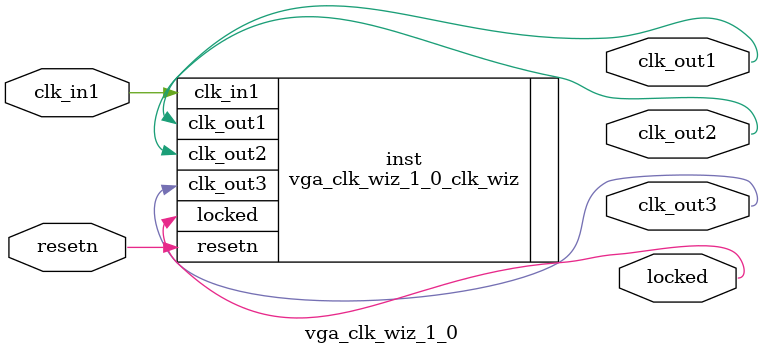
<source format=v>


`timescale 1ps/1ps

(* CORE_GENERATION_INFO = "vga_clk_wiz_1_0,clk_wiz_v6_0_2_0_0,{component_name=vga_clk_wiz_1_0,use_phase_alignment=true,use_min_o_jitter=false,use_max_i_jitter=false,use_dyn_phase_shift=false,use_inclk_switchover=false,use_dyn_reconfig=false,enable_axi=0,feedback_source=FDBK_AUTO,PRIMITIVE=MMCM,num_out_clk=3,clkin1_period=10.0,clkin2_period=10.0,use_power_down=false,use_reset=true,use_locked=true,use_inclk_stopped=false,feedback_type=SINGLE,CLOCK_MGR_TYPE=NA,manual_override=false}" *)

module vga_clk_wiz_1_0 
 (
  // Clock out ports
  output        clk_out1,
  output        clk_out2,
  output        clk_out3,
  // Status and control signals
  input         resetn,
  output        locked,
 // Clock in ports
  input         clk_in1
 );

  vga_clk_wiz_1_0_clk_wiz inst
  (
  // Clock out ports  
  .clk_out1(clk_out1),
  .clk_out2(clk_out2),
  .clk_out3(clk_out3),
  // Status and control signals               
  .resetn(resetn), 
  .locked(locked),
 // Clock in ports
  .clk_in1(clk_in1)
  );

endmodule

</source>
